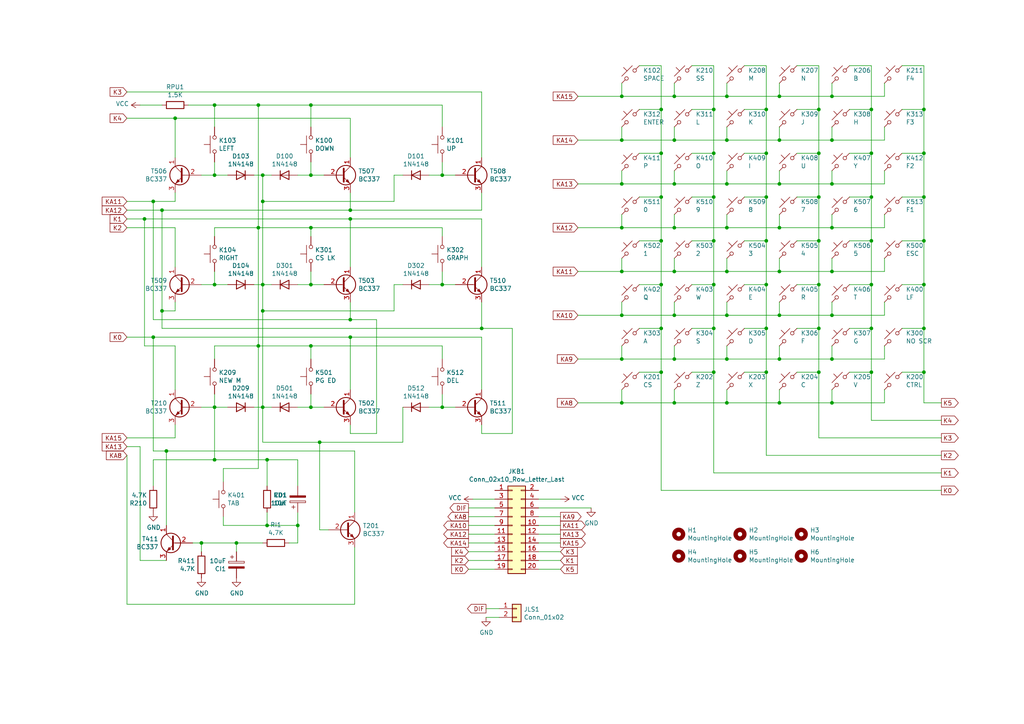
<source format=kicad_sch>
(kicad_sch (version 20211123) (generator eeschema)
  (paper "A4")
  (junction (at 48.26 130.81))
  (junction (at 241.3 66.04))
  (junction (at 46.99 60.96))
  (junction (at 62.23 133.35))
  (junction (at 76.2 90.17))
  (junction (at 267.97 107.95))
  (junction (at 222.25 95.25))
  (junction (at 58.42 157.48))
  (junction (at 207.01 31.75))
  (junction (at 241.3 104.14))
  (junction (at 226.06 104.14))
  (junction (at 180.34 91.44))
  (junction (at 46.99 90.17))
  (junction (at 101.6 92.71))
  (junction (at 195.58 40.64))
  (junction (at 90.17 100.33))
  (junction (at 180.34 40.64))
  (junction (at 252.73 57.15))
  (junction (at 195.58 66.04))
  (junction (at 237.49 69.85))
  (junction (at 101.6 97.79))
  (junction (at 222.25 44.45))
  (junction (at 252.73 44.45))
  (junction (at 195.58 91.44))
  (junction (at 241.3 27.94))
  (junction (at 76.2 118.11))
  (junction (at 237.49 82.55))
  (junction (at 180.34 66.04))
  (junction (at 226.06 91.44))
  (junction (at 74.93 100.33))
  (junction (at 90.17 66.04))
  (junction (at 191.77 57.15))
  (junction (at 76.2 50.8))
  (junction (at 195.58 116.84))
  (junction (at 195.58 104.14))
  (junction (at 210.82 66.04))
  (junction (at 237.49 44.45))
  (junction (at 77.47 133.35))
  (junction (at 101.6 63.5))
  (junction (at 191.77 95.25))
  (junction (at 44.45 97.79))
  (junction (at 191.77 107.95))
  (junction (at 210.82 27.94))
  (junction (at 226.06 40.64))
  (junction (at 210.82 91.44))
  (junction (at 195.58 27.94))
  (junction (at 191.77 44.45))
  (junction (at 267.97 44.45))
  (junction (at 86.36 152.4))
  (junction (at 252.73 69.85))
  (junction (at 76.2 82.55))
  (junction (at 237.49 57.15))
  (junction (at 226.06 66.04))
  (junction (at 222.25 57.15))
  (junction (at 90.17 50.8))
  (junction (at 210.82 78.74))
  (junction (at 191.77 82.55))
  (junction (at 226.06 78.74))
  (junction (at 101.6 60.96))
  (junction (at 241.3 78.74))
  (junction (at 267.97 82.55))
  (junction (at 74.93 66.04))
  (junction (at 222.25 69.85))
  (junction (at 180.34 104.14))
  (junction (at 252.73 82.55))
  (junction (at 241.3 53.34))
  (junction (at 128.27 118.11))
  (junction (at 207.01 95.25))
  (junction (at 210.82 116.84))
  (junction (at 62.23 118.11))
  (junction (at 226.06 116.84))
  (junction (at 77.47 152.4))
  (junction (at 90.17 30.48))
  (junction (at 191.77 31.75))
  (junction (at 207.01 69.85))
  (junction (at 207.01 44.45))
  (junction (at 90.17 82.55))
  (junction (at 50.8 34.29))
  (junction (at 62.23 50.8))
  (junction (at 241.3 91.44))
  (junction (at 252.73 107.95))
  (junction (at 207.01 107.95))
  (junction (at 195.58 53.34))
  (junction (at 267.97 57.15))
  (junction (at 226.06 27.94))
  (junction (at 210.82 53.34))
  (junction (at 191.77 69.85))
  (junction (at 76.2 58.42))
  (junction (at 180.34 116.84))
  (junction (at 128.27 82.55))
  (junction (at 207.01 82.55))
  (junction (at 62.23 30.48))
  (junction (at 207.01 57.15))
  (junction (at 92.71 128.27))
  (junction (at 222.25 107.95))
  (junction (at 241.3 116.84))
  (junction (at 252.73 31.75))
  (junction (at 210.82 40.64))
  (junction (at 128.27 50.8))
  (junction (at 252.73 95.25))
  (junction (at 90.17 118.11))
  (junction (at 237.49 31.75))
  (junction (at 180.34 27.94))
  (junction (at 44.45 58.42))
  (junction (at 210.82 104.14))
  (junction (at 267.97 31.75))
  (junction (at 139.7 95.25))
  (junction (at 62.23 82.55))
  (junction (at 237.49 107.95))
  (junction (at 222.25 31.75))
  (junction (at 180.34 53.34))
  (junction (at 237.49 95.25))
  (junction (at 180.34 78.74))
  (junction (at 267.97 69.85))
  (junction (at 74.93 30.48))
  (junction (at 195.58 78.74))
  (junction (at 41.91 63.5))
  (junction (at 226.06 53.34))
  (junction (at 241.3 40.64))
  (junction (at 267.97 95.25))
  (junction (at 222.25 82.55))
  (junction (at 68.58 157.48))
  (wire (pts (xy 36.83 132.08) (xy 36.83 175.26)))
  (wire (pts (xy 180.34 100.33) (xy 180.34 104.14)))
  (wire (pts (xy 200.66 69.85) (xy 207.01 69.85)))
  (wire (pts (xy 76.2 58.42) (xy 76.2 50.8)))
  (wire (pts (xy 86.36 152.4) (xy 86.36 148.59)))
  (wire (pts (xy 252.73 31.75) (xy 252.73 19.05)))
  (wire (pts (xy 44.45 92.71) (xy 44.45 58.42)))
  (wire (pts (xy 50.8 127) (xy 50.8 123.19)))
  (wire (pts (xy 44.45 130.81) (xy 48.26 130.81)))
  (wire (pts (xy 246.38 44.45) (xy 252.73 44.45)))
  (wire (pts (xy 101.6 113.03) (xy 101.6 97.79)))
  (wire (pts (xy 222.25 82.55) (xy 222.25 69.85)))
  (wire (pts (xy 90.17 50.8) (xy 93.98 50.8)))
  (wire (pts (xy 102.87 148.59) (xy 102.87 130.81)))
  (wire (pts (xy 139.7 95.25) (xy 46.99 95.25)))
  (wire (pts (xy 139.7 60.96) (xy 139.7 55.88)))
  (wire (pts (xy 62.23 133.35) (xy 77.47 133.35)))
  (wire (pts (xy 74.93 135.89) (xy 64.77 135.89)))
  (wire (pts (xy 50.8 66.04) (xy 36.83 66.04)))
  (wire (pts (xy 40.64 162.56) (xy 48.26 162.56)))
  (wire (pts (xy 92.71 128.27) (xy 76.2 128.27)))
  (wire (pts (xy 200.66 82.55) (xy 207.01 82.55)))
  (wire (pts (xy 156.21 152.4) (xy 162.56 152.4)))
  (wire (pts (xy 90.17 104.14) (xy 90.17 100.33)))
  (wire (pts (xy 41.91 100.33) (xy 41.91 63.5)))
  (wire (pts (xy 195.58 104.14) (xy 210.82 104.14)))
  (wire (pts (xy 195.58 78.74) (xy 210.82 78.74)))
  (wire (pts (xy 143.51 147.32) (xy 135.89 147.32)))
  (wire (pts (xy 246.38 57.15) (xy 252.73 57.15)))
  (wire (pts (xy 73.66 118.11) (xy 76.2 118.11)))
  (wire (pts (xy 267.97 31.75) (xy 267.97 19.05)))
  (wire (pts (xy 90.17 50.8) (xy 90.17 46.99)))
  (wire (pts (xy 50.8 58.42) (xy 50.8 55.88)))
  (wire (pts (xy 36.83 175.26) (xy 102.87 175.26)))
  (wire (pts (xy 222.25 44.45) (xy 222.25 31.75)))
  (wire (pts (xy 55.88 157.48) (xy 58.42 157.48)))
  (wire (pts (xy 200.66 95.25) (xy 207.01 95.25)))
  (wire (pts (xy 128.27 66.04) (xy 128.27 68.58)))
  (wire (pts (xy 77.47 133.35) (xy 86.36 133.35)))
  (wire (pts (xy 41.91 63.5) (xy 36.83 63.5)))
  (wire (pts (xy 62.23 30.48) (xy 74.93 30.48)))
  (wire (pts (xy 162.56 165.1) (xy 156.21 165.1)))
  (wire (pts (xy 50.8 45.72) (xy 50.8 34.29)))
  (wire (pts (xy 74.93 66.04) (xy 90.17 66.04)))
  (wire (pts (xy 191.77 44.45) (xy 191.77 31.75)))
  (wire (pts (xy 62.23 50.8) (xy 66.04 50.8)))
  (wire (pts (xy 207.01 57.15) (xy 207.01 44.45)))
  (wire (pts (xy 101.6 60.96) (xy 139.7 60.96)))
  (wire (pts (xy 226.06 66.04) (xy 241.3 66.04)))
  (wire (pts (xy 90.17 78.74) (xy 90.17 82.55)))
  (wire (pts (xy 73.66 82.55) (xy 76.2 82.55)))
  (wire (pts (xy 156.21 147.32) (xy 171.45 147.32)))
  (wire (pts (xy 68.58 160.02) (xy 68.58 157.48)))
  (wire (pts (xy 246.38 95.25) (xy 252.73 95.25)))
  (wire (pts (xy 200.66 44.45) (xy 207.01 44.45)))
  (wire (pts (xy 62.23 30.48) (xy 62.23 36.83)))
  (wire (pts (xy 185.42 69.85) (xy 191.77 69.85)))
  (wire (pts (xy 62.23 82.55) (xy 62.23 78.74)))
  (wire (pts (xy 252.73 19.05) (xy 246.38 19.05)))
  (wire (pts (xy 167.64 27.94) (xy 180.34 27.94)))
  (wire (pts (xy 191.77 95.25) (xy 191.77 82.55)))
  (wire (pts (xy 246.38 31.75) (xy 252.73 31.75)))
  (wire (pts (xy 36.83 127) (xy 50.8 127)))
  (wire (pts (xy 40.64 30.48) (xy 46.99 30.48)))
  (wire (pts (xy 128.27 82.55) (xy 132.08 82.55)))
  (wire (pts (xy 62.23 118.11) (xy 66.04 118.11)))
  (wire (pts (xy 210.82 27.94) (xy 226.06 27.94)))
  (wire (pts (xy 148.59 125.73) (xy 148.59 95.25)))
  (wire (pts (xy 180.34 24.13) (xy 180.34 27.94)))
  (wire (pts (xy 195.58 116.84) (xy 210.82 116.84)))
  (wire (pts (xy 237.49 107.95) (xy 237.49 95.25)))
  (wire (pts (xy 62.23 133.35) (xy 44.45 133.35)))
  (wire (pts (xy 68.58 157.48) (xy 76.2 157.48)))
  (wire (pts (xy 46.99 95.25) (xy 46.99 90.17)))
  (wire (pts (xy 36.83 97.79) (xy 44.45 97.79)))
  (wire (pts (xy 162.56 149.86) (xy 156.21 149.86)))
  (wire (pts (xy 116.84 118.11) (xy 116.84 128.27)))
  (wire (pts (xy 246.38 107.95) (xy 252.73 107.95)))
  (wire (pts (xy 180.34 62.23) (xy 180.34 66.04)))
  (wire (pts (xy 256.54 27.94) (xy 256.54 24.13)))
  (wire (pts (xy 207.01 95.25) (xy 207.01 107.95)))
  (wire (pts (xy 76.2 118.11) (xy 78.74 118.11)))
  (wire (pts (xy 180.34 40.64) (xy 195.58 40.64)))
  (wire (pts (xy 58.42 160.02) (xy 58.42 157.48)))
  (wire (pts (xy 36.83 34.29) (xy 50.8 34.29)))
  (wire (pts (xy 185.42 107.95) (xy 191.77 107.95)))
  (wire (pts (xy 273.05 121.92) (xy 252.73 121.92)))
  (wire (pts (xy 36.83 26.67) (xy 139.7 26.67)))
  (wire (pts (xy 62.23 68.58) (xy 62.23 66.04)))
  (wire (pts (xy 210.82 100.33) (xy 210.82 104.14)))
  (wire (pts (xy 226.06 104.14) (xy 241.3 104.14)))
  (wire (pts (xy 50.8 34.29) (xy 101.6 34.29)))
  (wire (pts (xy 241.3 74.93) (xy 241.3 78.74)))
  (wire (pts (xy 139.7 87.63) (xy 139.7 95.25)))
  (wire (pts (xy 215.9 107.95) (xy 222.25 107.95)))
  (wire (pts (xy 207.01 19.05) (xy 200.66 19.05)))
  (wire (pts (xy 162.56 144.78) (xy 156.21 144.78)))
  (wire (pts (xy 241.3 91.44) (xy 256.54 91.44)))
  (wire (pts (xy 114.3 58.42) (xy 76.2 58.42)))
  (wire (pts (xy 140.97 179.07) (xy 144.78 179.07)))
  (wire (pts (xy 50.8 77.47) (xy 50.8 66.04)))
  (wire (pts (xy 195.58 113.03) (xy 195.58 116.84)))
  (wire (pts (xy 114.3 50.8) (xy 114.3 58.42)))
  (wire (pts (xy 76.2 128.27) (xy 76.2 118.11)))
  (wire (pts (xy 73.66 50.8) (xy 76.2 50.8)))
  (wire (pts (xy 215.9 57.15) (xy 222.25 57.15)))
  (wire (pts (xy 92.71 153.67) (xy 92.71 128.27)))
  (wire (pts (xy 273.05 137.16) (xy 207.01 137.16)))
  (wire (pts (xy 241.3 24.13) (xy 241.3 27.94)))
  (wire (pts (xy 90.17 68.58) (xy 90.17 66.04)))
  (wire (pts (xy 86.36 50.8) (xy 90.17 50.8)))
  (wire (pts (xy 180.34 49.53) (xy 180.34 53.34)))
  (wire (pts (xy 139.7 125.73) (xy 148.59 125.73)))
  (wire (pts (xy 36.83 129.54) (xy 40.64 129.54)))
  (wire (pts (xy 222.25 69.85) (xy 222.25 57.15)))
  (wire (pts (xy 44.45 97.79) (xy 101.6 97.79)))
  (wire (pts (xy 58.42 157.48) (xy 68.58 157.48)))
  (wire (pts (xy 185.42 95.25) (xy 191.77 95.25)))
  (wire (pts (xy 252.73 107.95) (xy 252.73 95.25)))
  (wire (pts (xy 54.61 30.48) (xy 62.23 30.48)))
  (wire (pts (xy 139.7 77.47) (xy 139.7 63.5)))
  (wire (pts (xy 180.34 78.74) (xy 195.58 78.74)))
  (wire (pts (xy 185.42 31.75) (xy 191.77 31.75)))
  (wire (pts (xy 124.46 82.55) (xy 128.27 82.55)))
  (wire (pts (xy 58.42 50.8) (xy 62.23 50.8)))
  (wire (pts (xy 162.56 154.94) (xy 156.21 154.94)))
  (wire (pts (xy 246.38 82.55) (xy 252.73 82.55)))
  (wire (pts (xy 62.23 46.99) (xy 62.23 50.8)))
  (wire (pts (xy 241.3 113.03) (xy 241.3 116.84)))
  (wire (pts (xy 222.25 57.15) (xy 222.25 44.45)))
  (wire (pts (xy 58.42 118.11) (xy 62.23 118.11)))
  (wire (pts (xy 101.6 87.63) (xy 101.6 92.71)))
  (wire (pts (xy 252.73 57.15) (xy 252.73 44.45)))
  (wire (pts (xy 241.3 66.04) (xy 256.54 66.04)))
  (wire (pts (xy 210.82 78.74) (xy 226.06 78.74)))
  (wire (pts (xy 231.14 31.75) (xy 237.49 31.75)))
  (wire (pts (xy 207.01 31.75) (xy 207.01 19.05)))
  (wire (pts (xy 62.23 82.55) (xy 66.04 82.55)))
  (wire (pts (xy 195.58 27.94) (xy 210.82 27.94)))
  (wire (pts (xy 36.83 58.42) (xy 44.45 58.42)))
  (wire (pts (xy 222.25 107.95) (xy 222.25 95.25)))
  (wire (pts (xy 101.6 97.79) (xy 139.7 97.79)))
  (wire (pts (xy 222.25 132.08) (xy 222.25 107.95)))
  (wire (pts (xy 58.42 82.55) (xy 62.23 82.55)))
  (wire (pts (xy 128.27 46.99) (xy 128.27 50.8)))
  (wire (pts (xy 167.64 116.84) (xy 180.34 116.84)))
  (wire (pts (xy 261.62 107.95) (xy 267.97 107.95)))
  (wire (pts (xy 86.36 157.48) (xy 86.36 152.4)))
  (wire (pts (xy 40.64 129.54) (xy 40.64 162.56)))
  (wire (pts (xy 50.8 113.03) (xy 50.8 100.33)))
  (wire (pts (xy 90.17 66.04) (xy 128.27 66.04)))
  (wire (pts (xy 237.49 82.55) (xy 237.49 69.85)))
  (wire (pts (xy 128.27 114.3) (xy 128.27 118.11)))
  (wire (pts (xy 226.06 36.83) (xy 226.06 40.64)))
  (wire (pts (xy 226.06 74.93) (xy 226.06 78.74)))
  (wire (pts (xy 195.58 40.64) (xy 210.82 40.64)))
  (wire (pts (xy 207.01 95.25) (xy 207.01 82.55)))
  (wire (pts (xy 95.25 153.67) (xy 92.71 153.67)))
  (wire (pts (xy 167.64 104.14) (xy 180.34 104.14)))
  (wire (pts (xy 261.62 69.85) (xy 267.97 69.85)))
  (wire (pts (xy 273.05 132.08) (xy 222.25 132.08)))
  (wire (pts (xy 273.05 142.24) (xy 191.77 142.24)))
  (wire (pts (xy 50.8 87.63) (xy 50.8 90.17)))
  (wire (pts (xy 44.45 58.42) (xy 50.8 58.42)))
  (wire (pts (xy 77.47 152.4) (xy 77.47 148.59)))
  (wire (pts (xy 261.62 31.75) (xy 267.97 31.75)))
  (wire (pts (xy 128.27 50.8) (xy 132.08 50.8)))
  (wire (pts (xy 116.84 128.27) (xy 92.71 128.27)))
  (wire (pts (xy 200.66 57.15) (xy 207.01 57.15)))
  (wire (pts (xy 143.51 152.4) (xy 135.89 152.4)))
  (wire (pts (xy 237.49 69.85) (xy 237.49 57.15)))
  (wire (pts (xy 256.54 104.14) (xy 256.54 100.33)))
  (wire (pts (xy 124.46 118.11) (xy 128.27 118.11)))
  (wire (pts (xy 44.45 130.81) (xy 44.45 97.79)))
  (wire (pts (xy 62.23 100.33) (xy 62.23 104.14)))
  (wire (pts (xy 210.82 116.84) (xy 226.06 116.84)))
  (wire (pts (xy 90.17 118.11) (xy 86.36 118.11)))
  (wire (pts (xy 195.58 66.04) (xy 210.82 66.04)))
  (wire (pts (xy 195.58 24.13) (xy 195.58 27.94)))
  (wire (pts (xy 62.23 66.04) (xy 74.93 66.04)))
  (wire (pts (xy 231.14 95.25) (xy 237.49 95.25)))
  (wire (pts (xy 267.97 57.15) (xy 267.97 44.45)))
  (wire (pts (xy 48.26 152.4) (xy 48.26 130.81)))
  (wire (pts (xy 167.64 53.34) (xy 180.34 53.34)))
  (wire (pts (xy 231.14 69.85) (xy 237.49 69.85)))
  (wire (pts (xy 102.87 175.26) (xy 102.87 158.75)))
  (wire (pts (xy 195.58 87.63) (xy 195.58 91.44)))
  (wire (pts (xy 76.2 82.55) (xy 78.74 82.55)))
  (wire (pts (xy 76.2 50.8) (xy 78.74 50.8)))
  (wire (pts (xy 62.23 118.11) (xy 62.23 133.35)))
  (wire (pts (xy 252.73 44.45) (xy 252.73 31.75)))
  (wire (pts (xy 76.2 82.55) (xy 76.2 58.42)))
  (wire (pts (xy 237.49 82.55) (xy 231.14 82.55)))
  (wire (pts (xy 226.06 40.64) (xy 241.3 40.64)))
  (wire (pts (xy 195.58 100.33) (xy 195.58 104.14)))
  (wire (pts (xy 162.56 160.02) (xy 156.21 160.02)))
  (wire (pts (xy 222.25 31.75) (xy 222.25 19.05)))
  (wire (pts (xy 215.9 69.85) (xy 222.25 69.85)))
  (wire (pts (xy 241.3 87.63) (xy 241.3 91.44)))
  (wire (pts (xy 185.42 57.15) (xy 191.77 57.15)))
  (wire (pts (xy 135.89 160.02) (xy 143.51 160.02)))
  (wire (pts (xy 207.01 107.95) (xy 207.01 137.16)))
  (wire (pts (xy 237.49 19.05) (xy 231.14 19.05)))
  (wire (pts (xy 180.34 74.93) (xy 180.34 78.74)))
  (wire (pts (xy 231.14 57.15) (xy 237.49 57.15)))
  (wire (pts (xy 222.25 19.05) (xy 215.9 19.05)))
  (wire (pts (xy 261.62 57.15) (xy 267.97 57.15)))
  (wire (pts (xy 195.58 49.53) (xy 195.58 53.34)))
  (wire (pts (xy 252.73 121.92) (xy 252.73 107.95)))
  (wire (pts (xy 241.3 36.83) (xy 241.3 40.64)))
  (wire (pts (xy 139.7 123.19) (xy 139.7 125.73)))
  (wire (pts (xy 83.82 157.48) (xy 86.36 157.48)))
  (wire (pts (xy 191.77 142.24) (xy 191.77 107.95)))
  (wire (pts (xy 167.64 91.44) (xy 180.34 91.44)))
  (wire (pts (xy 101.6 60.96) (xy 101.6 55.88)))
  (wire (pts (xy 241.3 116.84) (xy 256.54 116.84)))
  (wire (pts (xy 226.06 116.84) (xy 241.3 116.84)))
  (wire (pts (xy 101.6 92.71) (xy 109.22 92.71)))
  (wire (pts (xy 191.77 107.95) (xy 191.77 95.25)))
  (wire (pts (xy 101.6 125.73) (xy 101.6 123.19)))
  (wire (pts (xy 180.34 27.94) (xy 195.58 27.94)))
  (wire (pts (xy 210.82 66.04) (xy 226.06 66.04)))
  (wire (pts (xy 195.58 36.83) (xy 195.58 40.64)))
  (wire (pts (xy 191.77 82.55) (xy 191.77 69.85)))
  (wire (pts (xy 237.49 31.75) (xy 237.49 19.05)))
  (wire (pts (xy 180.34 116.84) (xy 195.58 116.84)))
  (wire (pts (xy 143.51 157.48) (xy 135.89 157.48)))
  (wire (pts (xy 50.8 90.17) (xy 46.99 90.17)))
  (wire (pts (xy 44.45 133.35) (xy 44.45 140.97)))
  (wire (pts (xy 226.06 113.03) (xy 226.06 116.84)))
  (wire (pts (xy 62.23 100.33) (xy 74.93 100.33)))
  (wire (pts (xy 90.17 36.83) (xy 90.17 30.48)))
  (wire (pts (xy 267.97 44.45) (xy 267.97 31.75)))
  (wire (pts (xy 74.93 100.33) (xy 74.93 135.89)))
  (wire (pts (xy 256.54 91.44) (xy 256.54 87.63)))
  (wire (pts (xy 180.34 87.63) (xy 180.34 91.44)))
  (wire (pts (xy 256.54 40.64) (xy 256.54 36.83)))
  (wire (pts (xy 246.38 69.85) (xy 252.73 69.85)))
  (wire (pts (xy 114.3 90.17) (xy 76.2 90.17)))
  (wire (pts (xy 256.54 78.74) (xy 256.54 74.93)))
  (wire (pts (xy 200.66 107.95) (xy 207.01 107.95)))
  (wire (pts (xy 167.64 40.64) (xy 180.34 40.64)))
  (wire (pts (xy 226.06 49.53) (xy 226.06 53.34)))
  (wire (pts (xy 261.62 82.55) (xy 267.97 82.55)))
  (wire (pts (xy 195.58 91.44) (xy 210.82 91.44)))
  (wire (pts (xy 267.97 82.55) (xy 267.97 69.85)))
  (wire (pts (xy 128.27 100.33) (xy 90.17 100.33)))
  (wire (pts (xy 256.54 116.84) (xy 256.54 113.03)))
  (wire (pts (xy 252.73 95.25) (xy 252.73 82.55)))
  (wire (pts (xy 74.93 30.48) (xy 90.17 30.48)))
  (wire (pts (xy 237.49 44.45) (xy 237.49 31.75)))
  (wire (pts (xy 215.9 44.45) (xy 222.25 44.45)))
  (wire (pts (xy 77.47 140.97) (xy 77.47 133.35)))
  (wire (pts (xy 226.06 91.44) (xy 241.3 91.44)))
  (wire (pts (xy 50.8 100.33) (xy 41.91 100.33)))
  (wire (pts (xy 226.06 87.63) (xy 226.06 91.44)))
  (wire (pts (xy 64.77 152.4) (xy 64.77 149.86)))
  (wire (pts (xy 241.3 62.23) (xy 241.3 66.04)))
  (wire (pts (xy 252.73 82.55) (xy 252.73 69.85)))
  (wire (pts (xy 226.06 100.33) (xy 226.06 104.14)))
  (wire (pts (xy 241.3 49.53) (xy 241.3 53.34)))
  (wire (pts (xy 241.3 78.74) (xy 256.54 78.74)))
  (wire (pts (xy 135.89 165.1) (xy 143.51 165.1)))
  (wire (pts (xy 128.27 30.48) (xy 128.27 36.83)))
  (wire (pts (xy 200.66 31.75) (xy 207.01 31.75)))
  (wire (pts (xy 241.3 53.34) (xy 256.54 53.34)))
  (wire (pts (xy 180.34 113.03) (xy 180.34 116.84)))
  (wire (pts (xy 143.51 162.56) (xy 135.89 162.56)))
  (wire (pts (xy 231.14 44.45) (xy 237.49 44.45)))
  (wire (pts (xy 74.93 66.04) (xy 74.93 100.33)))
  (wire (pts (xy 195.58 62.23) (xy 195.58 66.04)))
  (wire (pts (xy 267.97 69.85) (xy 267.97 57.15)))
  (wire (pts (xy 267.97 107.95) (xy 267.97 95.25)))
  (wire (pts (xy 241.3 27.94) (xy 256.54 27.94)))
  (wire (pts (xy 36.83 60.96) (xy 46.99 60.96)))
  (wire (pts (xy 210.82 53.34) (xy 226.06 53.34)))
  (wire (pts (xy 267.97 116.84) (xy 267.97 107.95)))
  (wire (pts (xy 273.05 116.84) (xy 267.97 116.84)))
  (wire (pts (xy 46.99 60.96) (xy 101.6 60.96)))
  (wire (pts (xy 128.27 118.11) (xy 132.08 118.11)))
  (wire (pts (xy 226.06 27.94) (xy 241.3 27.94)))
  (wire (pts (xy 180.34 66.04) (xy 195.58 66.04)))
  (wire (pts (xy 116.84 50.8) (xy 114.3 50.8)))
  (wire (pts (xy 156.21 157.48) (xy 162.56 157.48)))
  (wire (pts (xy 261.62 44.45) (xy 267.97 44.45)))
  (wire (pts (xy 215.9 95.25) (xy 222.25 95.25)))
  (wire (pts (xy 74.93 30.48) (xy 74.93 66.04)))
  (wire (pts (xy 156.21 162.56) (xy 162.56 162.56)))
  (wire (pts (xy 207.01 69.85) (xy 207.01 57.15)))
  (wire (pts (xy 226.06 24.13) (xy 226.06 27.94)))
  (wire (pts (xy 74.93 100.33) (xy 90.17 100.33)))
  (wire (pts (xy 210.82 40.64) (xy 226.06 40.64)))
  (wire (pts (xy 210.82 91.44) (xy 226.06 91.44)))
  (wire (pts (xy 135.89 154.94) (xy 143.51 154.94)))
  (wire (pts (xy 139.7 63.5) (xy 101.6 63.5)))
  (wire (pts (xy 241.3 104.14) (xy 256.54 104.14)))
  (wire (pts (xy 185.42 44.45) (xy 191.77 44.45)))
  (wire (pts (xy 90.17 82.55) (xy 86.36 82.55)))
  (wire (pts (xy 210.82 49.53) (xy 210.82 53.34)))
  (wire (pts (xy 139.7 26.67) (xy 139.7 45.72)))
  (wire (pts (xy 180.34 36.83) (xy 180.34 40.64)))
  (wire (pts (xy 195.58 74.93) (xy 195.58 78.74)))
  (wire (pts (xy 237.49 127) (xy 237.49 107.95)))
  (wire (pts (xy 191.77 57.15) (xy 191.77 44.45)))
  (wire (pts (xy 180.34 53.34) (xy 195.58 53.34)))
  (wire (pts (xy 210.82 24.13) (xy 210.82 27.94)))
  (wire (pts (xy 124.46 50.8) (xy 128.27 50.8)))
  (wire (pts (xy 241.3 40.64) (xy 256.54 40.64)))
  (wire (pts (xy 185.42 82.55) (xy 191.77 82.55)))
  (wire (pts (xy 128.27 78.74) (xy 128.27 82.55)))
  (wire (pts (xy 167.64 66.04) (xy 180.34 66.04)))
  (wire (pts (xy 191.77 69.85) (xy 191.77 57.15)))
  (wire (pts (xy 167.64 78.74) (xy 180.34 78.74)))
  (wire (pts (xy 222.25 95.25) (xy 222.25 82.55)))
  (wire (pts (xy 267.97 19.05) (xy 261.62 19.05)))
  (wire (pts (xy 226.06 62.23) (xy 226.06 66.04)))
  (wire (pts (xy 241.3 100.33) (xy 241.3 104.14)))
  (wire (pts (xy 207.01 82.55) (xy 207.01 69.85)))
  (wire (pts (xy 180.34 104.14) (xy 195.58 104.14)))
  (wire (pts (xy 64.77 135.89) (xy 64.77 139.7)))
  (wire (pts (xy 109.22 92.71) (xy 109.22 125.73)))
  (wire (pts (xy 215.9 31.75) (xy 222.25 31.75)))
  (wire (pts (xy 237.49 95.25) (xy 237.49 82.55)))
  (wire (pts (xy 215.9 82.55) (xy 222.25 82.55)))
  (wire (pts (xy 191.77 19.05) (xy 185.42 19.05)))
  (wire (pts (xy 210.82 87.63) (xy 210.82 91.44)))
  (wire (pts (xy 148.59 95.25) (xy 139.7 95.25)))
  (wire (pts (xy 191.77 31.75) (xy 191.77 19.05)))
  (wire (pts (xy 128.27 104.14) (xy 128.27 100.33)))
  (wire (pts (xy 207.01 44.45) (xy 207.01 31.75)))
  (wire (pts (xy 62.23 114.3) (xy 62.23 118.11)))
  (wire (pts (xy 140.97 176.53) (xy 144.78 176.53)))
  (wire (pts (xy 210.82 104.14) (xy 226.06 104.14)))
  (wire (pts (xy 101.6 77.47) (xy 101.6 63.5)))
  (wire (pts (xy 226.06 53.34) (xy 241.3 53.34)))
  (wire (pts (xy 267.97 95.25) (xy 267.97 82.55)))
  (wire (pts (xy 210.82 74.93) (xy 210.82 78.74)))
  (wire (pts (xy 210.82 36.83) (xy 210.82 40.64)))
  (wire (pts (xy 256.54 66.04) (xy 256.54 62.23)))
  (wire (pts (xy 101.6 34.29) (xy 101.6 45.72)))
  (wire (pts (xy 195.58 53.34) (xy 210.82 53.34)))
  (wire (pts (xy 93.98 82.55) (xy 90.17 82.55)))
  (wire (pts (xy 252.73 69.85) (xy 252.73 57.15)))
  (wire (pts (xy 76.2 90.17) (xy 76.2 118.11)))
  (wire (pts (xy 139.7 113.03) (xy 139.7 97.79)))
  (wire (pts (xy 261.62 95.25) (xy 267.97 95.25)))
  (wire (pts (xy 90.17 114.3) (xy 90.17 118.11)))
  (wire (pts (xy 86.36 140.97) (xy 86.36 133.35)))
  (wire (pts (xy 231.14 107.95) (xy 237.49 107.95)))
  (wire (pts (xy 237.49 57.15) (xy 237.49 44.45)))
  (wire (pts (xy 46.99 90.17) (xy 46.99 60.96)))
  (wire (pts (xy 101.6 63.5) (xy 41.91 63.5)))
  (wire (pts (xy 273.05 127) (xy 237.49 127)))
  (wire (pts (xy 210.82 113.03) (xy 210.82 116.84)))
  (wire (pts (xy 256.54 53.34) (xy 256.54 49.53)))
  (wire (pts (xy 114.3 82.55) (xy 114.3 90.17)))
  (wire (pts (xy 93.98 118.11) (xy 90.17 118.11)))
  (wire (pts (xy 116.84 82.55) (xy 114.3 82.55)))
  (wire (pts (xy 86.36 152.4) (xy 77.47 152.4)))
  (wire (pts (xy 102.87 130.81) (xy 48.26 130.81)))
  (wire (pts (xy 226.06 78.74) (xy 241.3 78.74)))
  (wire (pts (xy 76.2 90.17) (xy 76.2 82.55)))
  (wire (pts (xy 135.89 149.86) (xy 143.51 149.86)))
  (wire (pts (xy 180.34 91.44) (xy 195.58 91.44)))
  (wire (pts (xy 101.6 92.71) (xy 44.45 92.71)))
  (wire (pts (xy 101.6 125.73) (xy 109.22 125.73)))
  (wire (pts (xy 210.82 62.23) (xy 210.82 66.04)))
  (wire (pts (xy 64.77 152.4) (xy 77.47 152.4)))
  (wire (pts (xy 90.17 30.48) (xy 128.27 30.48)))
  (wire (pts (xy 137.16 144.78) (xy 143.51 144.78)))
  (global_label "KA12" (shape input) (at 36.83 60.96 180) (property "Intersheet References" "${INTERSHEET_REFS}" (effects hide)))
  (global_label "KA10" (shape input) (at 167.64 91.44 180) (property "Intersheet References" "${INTERSHEET_REFS}" (effects hide)))
  (global_label "K3" (shape input) (at 162.56 160.02 0) (property "Intersheet References" "${INTERSHEET_REFS}" (effects hide)))
  (global_label "KA15" (shape output) (at 162.56 157.48 0) (property "Intersheet References" "${INTERSHEET_REFS}" (effects hide)))
  (global_label "KA15" (shape input) (at 36.83 127 180) (property "Intersheet References" "${INTERSHEET_REFS}" (effects hide)))
  (global_label "K3" (shape output) (at 273.05 127 0) (property "Intersheet References" "${INTERSHEET_REFS}" (effects hide)))
  (global_label "KA11" (shape output) (at 162.56 152.4 0) (property "Intersheet References" "${INTERSHEET_REFS}" (effects hide)))
  (global_label "KA8" (shape input) (at 167.64 116.84 180) (property "Intersheet References" "${INTERSHEET_REFS}" (effects hide)))
  (global_label "K4" (shape input) (at 135.89 160.02 180) (property "Intersheet References" "${INTERSHEET_REFS}" (effects hide)))
  (global_label "K0" (shape input) (at 135.89 165.1 180) (property "Intersheet References" "${INTERSHEET_REFS}" (effects hide)))
  (global_label "KA15" (shape input) (at 167.64 27.94 180) (property "Intersheet References" "${INTERSHEET_REFS}" (effects hide)))
  (global_label "K4" (shape input) (at 36.83 34.29 180) (property "Intersheet References" "${INTERSHEET_REFS}" (effects hide)))
  (global_label "KA13" (shape input) (at 167.64 53.34 180) (property "Intersheet References" "${INTERSHEET_REFS}" (effects hide)))
  (global_label "DIF" (shape output) (at 135.89 147.32 180) (property "Intersheet References" "${INTERSHEET_REFS}" (effects hide)))
  (global_label "KA8" (shape input) (at 36.83 132.08 180) (property "Intersheet References" "${INTERSHEET_REFS}" (effects hide)))
  (global_label "KA9" (shape input) (at 167.64 104.14 180) (property "Intersheet References" "${INTERSHEET_REFS}" (effects hide)))
  (global_label "K0" (shape input) (at 36.83 97.79 180) (property "Intersheet References" "${INTERSHEET_REFS}" (effects hide)))
  (global_label "K1" (shape output) (at 273.05 137.16 0) (property "Intersheet References" "${INTERSHEET_REFS}" (effects hide)))
  (global_label "K2" (shape input) (at 36.83 66.04 180) (property "Intersheet References" "${INTERSHEET_REFS}" (effects hide)))
  (global_label "KA12" (shape input) (at 167.64 66.04 180) (property "Intersheet References" "${INTERSHEET_REFS}" (effects hide)))
  (global_label "KA9" (shape output) (at 162.56 149.86 0) (property "Intersheet References" "${INTERSHEET_REFS}" (effects hide)))
  (global_label "K2" (shape input) (at 135.89 162.56 180) (property "Intersheet References" "${INTERSHEET_REFS}" (effects hide)))
  (global_label "KA12" (shape output) (at 135.89 154.94 180) (property "Intersheet References" "${INTERSHEET_REFS}" (effects hide)))
  (global_label "KA11" (shape input) (at 167.64 78.74 180) (property "Intersheet References" "${INTERSHEET_REFS}" (effects hide)))
  (global_label "K5" (shape output) (at 273.05 116.84 0) (property "Intersheet References" "${INTERSHEET_REFS}" (effects hide)))
  (global_label "KA13" (shape output) (at 162.56 154.94 0) (property "Intersheet References" "${INTERSHEET_REFS}" (effects hide)))
  (global_label "K5" (shape input) (at 162.56 165.1 0) (property "Intersheet References" "${INTERSHEET_REFS}" (effects hide)))
  (global_label "KA13" (shape input) (at 36.83 129.54 180) (property "Intersheet References" "${INTERSHEET_REFS}" (effects hide)))
  (global_label "K2" (shape output) (at 273.05 132.08 0) (property "Intersheet References" "${INTERSHEET_REFS}" (effects hide)))
  (global_label "K1" (shape input) (at 36.83 63.5 180) (property "Intersheet References" "${INTERSHEET_REFS}" (effects hide)))
  (global_label "KA14" (shape output) (at 135.89 157.48 180) (property "Intersheet References" "${INTERSHEET_REFS}" (effects hide)))
  (global_label "K0" (shape output) (at 273.05 142.24 0) (property "Intersheet References" "${INTERSHEET_REFS}" (effects hide)))
  (global_label "KA11" (shape input) (at 36.83 58.42 180) (property "Intersheet References" "${INTERSHEET_REFS}" (effects hide)))
  (global_label "KA10" (shape output) (at 135.89 152.4 180) (property "Intersheet References" "${INTERSHEET_REFS}" (effects hide)))
  (global_label "K4" (shape output) (at 273.05 121.92 0) (property "Intersheet References" "${INTERSHEET_REFS}" (effects hide)))
  (global_label "K3" (shape input) (at 36.83 26.67 180) (property "Intersheet References" "${INTERSHEET_REFS}" (effects hide)))
  (global_label "K1" (shape input) (at 162.56 162.56 0) (property "Intersheet References" "${INTERSHEET_REFS}" (effects hide)))
  (global_label "KA14" (shape input) (at 167.64 40.64 180) (property "Intersheet References" "${INTERSHEET_REFS}" (effects hide)))
  (global_label "DIF" (shape output) (at 140.97 176.53 180) (property "Intersheet References" "${INTERSHEET_REFS}" (effects hide)))
  (global_label "KA8" (shape output) (at 135.89 149.86 180) (property "Intersheet References" "${INTERSHEET_REFS}" (effects hide)))
  (symbol (lib_id "cobra_keyboard-rescue:VCC-power") (at 40.64 30.48 90) (unit 1)
    (property "Reference" "#PWR0101" (effects hide))
    (property "Value" "VCC" (at 37.4142 30.099 90) (effects (justify left)))
  )
  (symbol (lib_id "cobra_keyboard-rescue:R-Device") (at 50.8 30.48 90) (mirror x) (unit 1)
    (property "Reference" "RPU1" (at 50.8 25.2222 90))
    (property "Value" "1.5K" (at 50.8 27.5336 90))
    (property "Footprint" "Resistor_THT:R_Axial_DIN0204_L3.6mm_D1.6mm_P7.62mm_Horizontal" (effects hide))
  )
  (symbol (lib_id "cobra_keyboard-rescue:BC337-Transistor_BJT") (at 53.34 50.8 0) (mirror y) (unit 1)
    (property "Reference" "T506" (at 48.4886 49.6316 0) (effects (justify left)))
    (property "Value" "BC337" (at 48.4886 51.943 0) (effects (justify left)))
    (property "Footprint" "horizontal:TO-92_Inline_Wide_Horizontal1" (effects hide))
    (property "Datasheet" "https://diotec.com/tl_files/diotec/files/pdf/datasheets/bc337.pdf" (effects hide))
  )
  (symbol (lib_id "cobra_keyboard-rescue:SW_Push-Switch") (at 62.23 41.91 90) (unit 1)
    (property "Reference" "K103" (at 63.4492 40.7416 90) (effects (justify right)))
    (property "Value" "LEFT" (at 63.4492 43.053 90) (effects (justify right)))
    (property "Footprint" "Button_Switch_Keyboard:SW_Cherry_MX_1.00u_PCB" (effects hide))
  )
  (symbol (lib_id "cobra_keyboard-rescue:1N4148-Diode") (at 69.85 50.8 180) (unit 1)
    (property "Reference" "D103" (at 69.85 45.2882 0))
    (property "Value" "1N4148" (at 69.85 47.5996 0))
    (property "Footprint" "Diode_THT:D_DO-35_SOD27_P7.62mm_Horizontal" (effects hide))
    (property "Datasheet" "https://assets.nexperia.com/documents/data-sheet/1N4148_1N4448.pdf" (effects hide))
  )
  (symbol (lib_id "cobra_keyboard-rescue:SW_Push-Switch") (at 90.17 41.91 90) (unit 1)
    (property "Reference" "K100" (at 91.3892 40.7416 90) (effects (justify right)))
    (property "Value" "DOWN" (at 91.3892 43.053 90) (effects (justify right)))
    (property "Footprint" "Button_Switch_Keyboard:SW_Cherry_MX_1.00u_PCB" (effects hide))
  )
  (symbol (lib_id "cobra_keyboard-rescue:1N4148-Diode") (at 82.55 50.8 0) (mirror x) (unit 1)
    (property "Reference" "D100" (at 82.55 45.2882 0))
    (property "Value" "1N4148" (at 82.55 47.5996 0))
    (property "Footprint" "Diode_THT:D_DO-35_SOD27_P7.62mm_Horizontal" (effects hide))
    (property "Datasheet" "https://assets.nexperia.com/documents/data-sheet/1N4148_1N4448.pdf" (effects hide))
  )
  (symbol (lib_id "cobra_keyboard-rescue:BC337-Transistor_BJT") (at 99.06 50.8 0) (unit 1)
    (property "Reference" "T507" (at 103.9114 49.6316 0) (effects (justify left)))
    (property "Value" "BC337" (at 103.9114 51.943 0) (effects (justify left)))
    (property "Footprint" "horizontal:TO-92_Inline_Wide_Horizontal1" (effects hide))
    (property "Datasheet" "https://diotec.com/tl_files/diotec/files/pdf/datasheets/bc337.pdf" (effects hide))
  )
  (symbol (lib_id "cobra_keyboard-rescue:SW_Push-Switch") (at 128.27 41.91 90) (unit 1)
    (property "Reference" "K101" (at 129.4892 40.7416 90) (effects (justify right)))
    (property "Value" "UP" (at 129.4892 43.053 90) (effects (justify right)))
    (property "Footprint" "Button_Switch_Keyboard:SW_Cherry_MX_1.00u_PCB" (effects hide))
  )
  (symbol (lib_id "cobra_keyboard-rescue:1N4148-Diode") (at 120.65 50.8 0) (mirror x) (unit 1)
    (property "Reference" "D101" (at 120.65 45.2882 0))
    (property "Value" "1N4148" (at 120.65 47.5996 0))
    (property "Footprint" "Diode_THT:D_DO-35_SOD27_P7.62mm_Horizontal" (effects hide))
    (property "Datasheet" "https://assets.nexperia.com/documents/data-sheet/1N4148_1N4448.pdf" (effects hide))
  )
  (symbol (lib_id "cobra_keyboard-rescue:BC337-Transistor_BJT") (at 137.16 50.8 0) (unit 1)
    (property "Reference" "T508" (at 142.0114 49.6316 0) (effects (justify left)))
    (property "Value" "BC337" (at 142.0114 51.943 0) (effects (justify left)))
    (property "Footprint" "horizontal:TO-92_Inline_Wide_Horizontal1" (effects hide))
    (property "Datasheet" "https://diotec.com/tl_files/diotec/files/pdf/datasheets/bc337.pdf" (effects hide))
  )
  (symbol (lib_id "cobra_keyboard-rescue:BC337-Transistor_BJT") (at 53.34 82.55 0) (mirror y) (unit 1)
    (property "Reference" "T509" (at 48.4886 81.3816 0) (effects (justify left)))
    (property "Value" "BC337" (at 48.4886 83.693 0) (effects (justify left)))
    (property "Footprint" "horizontal:TO-92_Inline_Wide_Horizontal1" (effects hide))
    (property "Datasheet" "https://diotec.com/tl_files/diotec/files/pdf/datasheets/bc337.pdf" (effects hide))
  )
  (symbol (lib_id "cobra_keyboard-rescue:SW_Push-Switch") (at 62.23 73.66 90) (unit 1)
    (property "Reference" "K104" (at 63.4492 72.4916 90) (effects (justify right)))
    (property "Value" "RIGHT" (at 63.4492 74.803 90) (effects (justify right)))
    (property "Footprint" "Button_Switch_Keyboard:SW_Cherry_MX_1.00u_PCB" (effects hide))
  )
  (symbol (lib_id "cobra_keyboard-rescue:1N4148-Diode") (at 69.85 82.55 180) (unit 1)
    (property "Reference" "D104" (at 69.85 77.0382 0))
    (property "Value" "1N4148" (at 69.85 79.3496 0))
    (property "Footprint" "Diode_THT:D_DO-35_SOD27_P7.62mm_Horizontal" (effects hide))
    (property "Datasheet" "https://assets.nexperia.com/documents/data-sheet/1N4148_1N4448.pdf" (effects hide))
  )
  (symbol (lib_id "cobra_keyboard-rescue:SW_Push-Switch") (at 90.17 73.66 90) (unit 1)
    (property "Reference" "K301" (at 91.3892 72.4916 90) (effects (justify right)))
    (property "Value" "CS LK" (at 91.3892 74.803 90) (effects (justify right)))
    (property "Footprint" "Button_Switch_Keyboard:SW_Cherry_MX_1.75u_PCB" (effects hide))
  )
  (symbol (lib_id "cobra_keyboard-rescue:1N4148-Diode") (at 82.55 82.55 0) (mirror x) (unit 1)
    (property "Reference" "D301" (at 82.55 77.0382 0))
    (property "Value" "1N4148" (at 82.55 79.3496 0))
    (property "Footprint" "Diode_THT:D_DO-35_SOD27_P7.62mm_Horizontal" (effects hide))
    (property "Datasheet" "https://assets.nexperia.com/documents/data-sheet/1N4148_1N4448.pdf" (effects hide))
  )
  (symbol (lib_id "cobra_keyboard-rescue:BC337-Transistor_BJT") (at 99.06 82.55 0) (unit 1)
    (property "Reference" "T503" (at 103.9114 81.3816 0) (effects (justify left)))
    (property "Value" "BC337" (at 103.9114 83.693 0) (effects (justify left)))
    (property "Footprint" "horizontal:TO-92_Inline_Wide_Horizontal1" (effects hide))
    (property "Datasheet" "https://diotec.com/tl_files/diotec/files/pdf/datasheets/bc337.pdf" (effects hide))
  )
  (symbol (lib_id "cobra_keyboard-rescue:SW_Push-Switch") (at 128.27 73.66 90) (unit 1)
    (property "Reference" "K302" (at 129.4892 72.4916 90) (effects (justify right)))
    (property "Value" "GRAPH" (at 129.4892 74.803 90) (effects (justify right)))
    (property "Footprint" "Button_Switch_Keyboard:SW_Cherry_MX_1.50u_PCB" (effects hide))
  )
  (symbol (lib_id "cobra_keyboard-rescue:1N4148-Diode") (at 120.65 82.55 0) (mirror x) (unit 1)
    (property "Reference" "D302" (at 120.65 77.0382 0))
    (property "Value" "1N4148" (at 120.65 79.3496 0))
    (property "Footprint" "Diode_THT:D_DO-35_SOD27_P7.62mm_Horizontal" (effects hide))
    (property "Datasheet" "https://assets.nexperia.com/documents/data-sheet/1N4148_1N4448.pdf" (effects hide))
  )
  (symbol (lib_id "cobra_keyboard-rescue:BC337-Transistor_BJT") (at 137.16 82.55 0) (unit 1)
    (property "Reference" "T510" (at 142.0114 81.3816 0) (effects (justify left)))
    (property "Value" "BC337" (at 142.0114 83.693 0) (effects (justify left)))
    (property "Footprint" "horizontal:TO-92_Inline_Wide_Horizontal1" (effects hide))
    (property "Datasheet" "https://diotec.com/tl_files/diotec/files/pdf/datasheets/bc337.pdf" (effects hide))
  )
  (symbol (lib_id "cobra_keyboard-rescue:BC337-Transistor_BJT") (at 53.34 118.11 0) (mirror y) (unit 1)
    (property "Reference" "T210" (at 48.4886 116.9416 0) (effects (justify left)))
    (property "Value" "BC337" (at 48.4886 119.253 0) (effects (justify left)))
    (property "Footprint" "horizontal:TO-92_Inline_Wide_Horizontal1" (effects hide))
    (property "Datasheet" "https://diotec.com/tl_files/diotec/files/pdf/datasheets/bc337.pdf" (effects hide))
  )
  (symbol (lib_id "cobra_keyboard-rescue:SW_Push-Switch") (at 62.23 109.22 90) (unit 1)
    (property "Reference" "K209" (at 63.4492 108.0516 90) (effects (justify right)))
    (property "Value" "NEW M" (at 63.4492 110.363 90) (effects (justify right)))
    (property "Footprint" "Button_Switch_Keyboard:SW_Cherry_MX_1.00u_PCB" (effects hide))
  )
  (symbol (lib_id "cobra_keyboard-rescue:1N4148-Diode") (at 69.85 118.11 180) (unit 1)
    (property "Reference" "D209" (at 69.85 112.5982 0))
    (property "Value" "1N4148" (at 69.85 114.9096 0))
    (property "Footprint" "Diode_THT:D_DO-35_SOD27_P7.62mm_Horizontal" (effects hide))
    (property "Datasheet" "https://assets.nexperia.com/documents/data-sheet/1N4148_1N4448.pdf" (effects hide))
  )
  (symbol (lib_id "cobra_keyboard-rescue:SW_Push-Switch") (at 90.17 109.22 90) (unit 1)
    (property "Reference" "K501" (at 91.3892 108.0516 90) (effects (justify right)))
    (property "Value" "PG ED" (at 91.3892 110.363 90) (effects (justify right)))
    (property "Footprint" "Button_Switch_Keyboard:SW_Cherry_MX_1.00u_PCB" (effects hide))
  )
  (symbol (lib_id "cobra_keyboard-rescue:1N4148-Diode") (at 82.55 118.11 0) (mirror x) (unit 1)
    (property "Reference" "D501" (at 82.55 112.5982 0))
    (property "Value" "1N4148" (at 82.55 114.9096 0))
    (property "Footprint" "Diode_THT:D_DO-35_SOD27_P7.62mm_Horizontal" (effects hide))
    (property "Datasheet" "https://assets.nexperia.com/documents/data-sheet/1N4148_1N4448.pdf" (effects hide))
  )
  (symbol (lib_id "cobra_keyboard-rescue:BC337-Transistor_BJT") (at 99.06 118.11 0) (unit 1)
    (property "Reference" "T502" (at 103.9114 116.9416 0) (effects (justify left)))
    (property "Value" "BC337" (at 103.9114 119.253 0) (effects (justify left)))
    (property "Footprint" "horizontal:TO-92_Inline_Wide_Horizontal1" (effects hide))
    (property "Datasheet" "https://diotec.com/tl_files/diotec/files/pdf/datasheets/bc337.pdf" (effects hide))
  )
  (symbol (lib_id "cobra_keyboard-rescue:SW_Push-Switch") (at 128.27 109.22 90) (unit 1)
    (property "Reference" "K512" (at 129.4892 108.0516 90) (effects (justify right)))
    (property "Value" "DEL" (at 129.4892 110.363 90) (effects (justify right)))
    (property "Footprint" "Button_Switch_Keyboard:SW_Cherry_MX_2.00u_PCB" (effects hide))
  )
  (symbol (lib_id "cobra_keyboard-rescue:1N4148-Diode") (at 120.65 118.11 0) (mirror x) (unit 1)
    (property "Reference" "D512" (at 120.65 112.5982 0))
    (property "Value" "1N4148" (at 120.65 114.9096 0))
    (property "Footprint" "Diode_THT:D_DO-35_SOD27_P7.62mm_Horizontal" (effects hide))
    (property "Datasheet" "https://assets.nexperia.com/documents/data-sheet/1N4148_1N4448.pdf" (effects hide))
  )
  (symbol (lib_id "cobra_keyboard-rescue:BC337-Transistor_BJT") (at 137.16 118.11 0) (unit 1)
    (property "Reference" "T511" (at 142.0114 116.9416 0) (effects (justify left)))
    (property "Value" "BC337" (at 142.0114 119.253 0) (effects (justify left)))
    (property "Footprint" "horizontal:TO-92_Inline_Wide_Horizontal1" (effects hide))
    (property "Datasheet" "https://diotec.com/tl_files/diotec/files/pdf/datasheets/bc337.pdf" (effects hide))
  )
  (symbol (lib_id "cobra_keyboard-rescue:R-Device") (at 44.45 144.78 180) (unit 1)
    (property "Reference" "R210" (at 42.672 145.9484 0) (effects (justify left)))
    (property "Value" "4.7K" (at 42.672 143.637 0) (effects (justify left)))
    (property "Footprint" "Resistor_THT:R_Axial_DIN0204_L3.6mm_D1.6mm_P7.62mm_Horizontal" (effects hide))
  )
  (symbol (lib_id "cobra_keyboard-rescue:R-Device") (at 77.47 144.78 180) (unit 1)
    (property "Reference" "RD1" (at 79.248 143.6116 0) (effects (justify right)))
    (property "Value" "10K" (at 79.248 145.923 0) (effects (justify right)))
    (property "Footprint" "Resistor_THT:R_Axial_DIN0204_L3.6mm_D1.6mm_P7.62mm_Horizontal" (effects hide))
  )
  (symbol (lib_id "cobra_keyboard-rescue:SW_Push-Switch") (at 64.77 144.78 90) (unit 1)
    (property "Reference" "K401" (at 65.9892 143.6116 90) (effects (justify right)))
    (property "Value" "TAB" (at 65.9892 145.923 90) (effects (justify right)))
    (property "Footprint" "Button_Switch_Keyboard:SW_Cherry_MX_1.50u_PCB" (effects hide))
  )
  (symbol (lib_id "cobra_keyboard-rescue:CP-Device") (at 86.36 144.78 0) (mirror x) (unit 1)
    (property "Reference" "CD1" (at 83.3628 143.6116 0) (effects (justify right)))
    (property "Value" "10uF" (at 83.3628 145.923 0) (effects (justify right)))
    (property "Footprint" "horizontal:CP_Radial_D4.0mm_P1.50mm_Horizontal" (effects hide))
  )
  (symbol (lib_id "cobra_keyboard-rescue:R-Device") (at 80.01 157.48 270) (mirror x) (unit 1)
    (property "Reference" "RI1" (at 80.01 152.2222 90))
    (property "Value" "4.7K" (at 80.01 154.5336 90))
    (property "Footprint" "Resistor_THT:R_Axial_DIN0204_L3.6mm_D1.6mm_P7.62mm_Horizontal" (effects hide))
  )
  (symbol (lib_id "cobra_keyboard-rescue:CP-Device") (at 68.58 163.83 0) (unit 1)
    (property "Reference" "CI1" (at 65.6082 164.9984 0) (effects (justify right)))
    (property "Value" "10uF" (at 65.6082 162.687 0) (effects (justify right)))
    (property "Footprint" "horizontal:CP_Radial_D4.0mm_P1.50mm_Horizontal" (effects hide))
  )
  (symbol (lib_id "cobra_keyboard-rescue:R-Device") (at 58.42 163.83 0) (mirror x) (unit 1)
    (property "Reference" "R411" (at 56.642 162.6616 0) (effects (justify right)))
    (property "Value" "4.7K" (at 56.642 164.973 0) (effects (justify right)))
    (property "Footprint" "Resistor_THT:R_Axial_DIN0204_L3.6mm_D1.6mm_P7.62mm_Horizontal" (effects hide))
  )
  (symbol (lib_id "cobra_keyboard-rescue:BC337-Transistor_BJT") (at 100.33 153.67 0) (unit 1)
    (property "Reference" "T201" (at 105.1814 152.5016 0) (effects (justify left)))
    (property "Value" "BC337" (at 105.1814 154.813 0) (effects (justify left)))
    (property "Footprint" "horizontal:TO-92_Inline_Wide_Horizontal1" (effects hide))
    (property "Datasheet" "https://diotec.com/tl_files/diotec/files/pdf/datasheets/bc337.pdf" (effects hide))
  )
  (symbol (lib_id "cobra_keyboard-rescue:BC337-Transistor_BJT") (at 50.8 157.48 0) (mirror y) (unit 1)
    (property "Reference" "T411" (at 45.9486 156.3116 0) (effects (justify left)))
    (property "Value" "BC337" (at 45.9486 158.623 0) (effects (justify left)))
    (property "Footprint" "horizontal:TO-92_Inline_Wide_Horizontal1" (effects hide))
    (property "Datasheet" "https://diotec.com/tl_files/diotec/files/pdf/datasheets/bc337.pdf" (effects hide))
  )
  (symbol (lib_id "cobra_keyboard-rescue:GND-power") (at 68.58 167.64 0) (unit 1)
    (property "Reference" "#PWR0102" (effects hide))
    (property "Value" "GND" (at 68.707 172.0342 0))
  )
  (symbol (lib_id "cobra_keyboard-rescue:GND-power") (at 58.42 167.64 0) (unit 1)
    (property "Reference" "#PWR0103" (effects hide))
    (property "Value" "GND" (at 58.547 172.0342 0))
  )
  (symbol (lib_id "cobra_keyboard-rescue:GND-power") (at 44.45 148.59 0) (unit 1)
    (property "Reference" "#PWR0104" (effects hide))
    (property "Value" "GND" (at 44.577 152.9842 0))
  )
  (symbol (lib_id "cobra_keyboard-rescue:SW_Push_45deg-Switch") (at 182.88 21.59 90) (unit 1)
    (property "Reference" "K102" (at 186.5376 20.4216 90) (effects (justify right)))
    (property "Value" "SPACE" (at 186.5376 22.733 90) (effects (justify right)))
    (property "Footprint" "Button_Switch_Keyboard:SW_Cherry_MX_6.25u_PCB" (effects hide))
  )
  (symbol (lib_id "cobra_keyboard-rescue:SW_Push_45deg-Switch") (at 198.12 21.59 90) (unit 1)
    (property "Reference" "K210" (at 201.7776 20.4216 90) (effects (justify right)))
    (property "Value" "SS" (at 201.7776 22.733 90) (effects (justify right)))
    (property "Footprint" "Button_Switch_Keyboard:SW_Cherry_MX_2.75u_PCB" (effects hide))
  )
  (symbol (lib_id "cobra_keyboard-rescue:SW_Push_45deg-Switch") (at 213.36 21.59 90) (unit 1)
    (property "Reference" "K208" (at 217.0176 20.4216 90) (effects (justify right)))
    (property "Value" "M" (at 217.0176 22.733 90) (effects (justify right)))
    (property "Footprint" "Button_Switch_Keyboard:SW_Cherry_MX_1.00u_PCB" (effects hide))
  )
  (symbol (lib_id "cobra_keyboard-rescue:SW_Push_45deg-Switch") (at 228.6 21.59 90) (unit 1)
    (property "Reference" "K207" (at 232.2576 20.4216 90) (effects (justify right)))
    (property "Value" "N" (at 232.2576 22.733 90) (effects (justify right)))
    (property "Footprint" "Button_Switch_Keyboard:SW_Cherry_MX_1.00u_PCB" (effects hide))
  )
  (symbol (lib_id "cobra_keyboard-rescue:SW_Push_45deg-Switch") (at 243.84 21.59 90) (unit 1)
    (property "Reference" "K206" (at 247.4976 20.4216 90) (effects (justify right)))
    (property "Value" "B" (at 247.4976 22.733 90) (effects (justify right)))
    (property "Footprint" "Button_Switch_Keyboard:SW_Cherry_MX_1.00u_PCB" (effects hide))
  )
  (symbol (lib_id "cobra_keyboard-rescue:SW_Push_45deg-Switch") (at 259.08 21.59 90) (unit 1)
    (property "Reference" "K211" (at 262.7376 20.4216 90) (effects (justify right)))
    (property "Value" "F4" (at 262.7376 22.733 90) (effects (justify right)))
    (property "Footprint" "Button_Switch_Keyboard:SW_Cherry_MX_1.00u_PCB" (effects hide))
  )
  (symbol (lib_id "cobra_keyboard-rescue:SW_Push_45deg-Switch") (at 182.88 34.29 90) (unit 1)
    (property "Reference" "K312" (at 186.5376 33.1216 90) (effects (justify right)))
    (property "Value" "ENTER" (at 186.5376 35.433 90) (effects (justify right)))
    (property "Footprint" "Button_Switch_Keyboard:SW_Cherry_MX_2.25u_PCB" (effects hide))
  )
  (symbol (lib_id "cobra_keyboard-rescue:SW_Push_45deg-Switch") (at 198.12 34.29 90) (unit 1)
    (property "Reference" "K311" (at 201.7776 33.1216 90) (effects (justify right)))
    (property "Value" "L" (at 201.7776 35.433 90) (effects (justify right)))
    (property "Footprint" "Button_Switch_Keyboard:SW_Cherry_MX_1.00u_PCB" (effects hide))
  )
  (symbol (lib_id "cobra_keyboard-rescue:SW_Push_45deg-Switch") (at 213.36 34.29 90) (unit 1)
    (property "Reference" "K310" (at 217.0176 33.1216 90) (effects (justify right)))
    (property "Value" "K" (at 217.0176 35.433 90) (effects (justify right)))
    (property "Footprint" "Button_Switch_Keyboard:SW_Cherry_MX_1.00u_PCB" (effects hide))
  )
  (symbol (lib_id "cobra_keyboard-rescue:SW_Push_45deg-Switch") (at 228.6 34.29 90) (unit 1)
    (property "Reference" "K309" (at 232.2576 33.1216 90) (effects (justify right)))
    (property "Value" "J" (at 232.2576 35.433 90) (effects (justify right)))
    (property "Footprint" "Button_Switch_Keyboard:SW_Cherry_MX_1.00u_PCB" (effects hide))
  )
  (symbol (lib_id "cobra_keyboard-rescue:SW_Push_45deg-Switch") (at 243.84 34.29 90) (unit 1)
    (property "Reference" "K308" (at 247.4976 33.1216 90) (effects (justify right)))
    (property "Value" "H" (at 247.4976 35.433 90) (effects (justify right)))
    (property "Footprint" "Button_Switch_Keyboard:SW_Cherry_MX_1.00u_PCB" (effects hide))
  )
  (symbol (lib_id "cobra_keyboard-rescue:SW_Push_45deg-Switch") (at 259.08 34.29 90) (unit 1)
    (property "Reference" "K313" (at 262.7376 33.1216 90) (effects (justify right)))
    (property "Value" "F3" (at 262.7376 35.433 90) (effects (justify right)))
    (property "Footprint" "Button_Switch_Keyboard:SW_Cherry_MX_1.00u_PCB" (effects hide))
  )
  (symbol (lib_id "cobra_keyboard-rescue:SW_Push_45deg-Switch") (at 182.88 46.99 90) (unit 1)
    (property "Reference" "K411" (at 186.5376 45.8216 90) (effects (justify right)))
    (property "Value" "P" (at 186.5376 48.133 90) (effects (justify right)))
    (property "Footprint" "Button_Switch_Keyboard:SW_Cherry_MX_1.00u_PCB" (effects hide))
  )
  (symbol (lib_id "cobra_keyboard-rescue:SW_Push_45deg-Switch") (at 198.12 46.99 90) (unit 1)
    (property "Reference" "K410" (at 201.7776 45.8216 90) (effects (justify right)))
    (property "Value" "O" (at 201.7776 48.133 90) (effects (justify right)))
    (property "Footprint" "Button_Switch_Keyboard:SW_Cherry_MX_1.00u_PCB" (effects hide))
  )
  (symbol (lib_id "cobra_keyboard-rescue:SW_Push_45deg-Switch") (at 213.36 46.99 90) (unit 1)
    (property "Reference" "K409" (at 217.0176 45.8216 90) (effects (justify right)))
    (property "Value" "I" (at 217.0176 48.133 90) (effects (justify right)))
    (property "Footprint" "Button_Switch_Keyboard:SW_Cherry_MX_1.00u_PCB" (effects hide))
  )
  (symbol (lib_id "cobra_keyboard-rescue:SW_Push_45deg-Switch") (at 228.6 46.99 90) (unit 1)
    (property "Reference" "K408" (at 232.2576 45.8216 90) (effects (justify right)))
    (property "Value" "U" (at 232.2576 48.133 90) (effects (justify right)))
    (property "Footprint" "Button_Switch_Keyboard:SW_Cherry_MX_1.00u_PCB" (effects hide))
  )
  (symbol (lib_id "cobra_keyboard-rescue:SW_Push_45deg-Switch") (at 243.84 46.99 90) (unit 1)
    (property "Reference" "K407" (at 247.4976 45.8216 90) (effects (justify right)))
    (property "Value" "Y" (at 247.4976 48.133 90) (effects (justify right)))
    (property "Footprint" "Button_Switch_Keyboard:SW_Cherry_MX_1.00u_PCB" (effects hide))
  )
  (symbol (lib_id "cobra_keyboard-rescue:SW_Push_45deg-Switch") (at 259.08 46.99 90) (unit 1)
    (property "Reference" "K412" (at 262.7376 45.8216 90) (effects (justify right)))
    (property "Value" "F2" (at 262.7376 48.133 90) (effects (justify right)))
    (property "Footprint" "Button_Switch_Keyboard:SW_Cherry_MX_1.00u_PCB" (effects hide))
  )
  (symbol (lib_id "cobra_keyboard-rescue:SW_Push_45deg-Switch") (at 182.88 59.69 90) (unit 1)
    (property "Reference" "K511" (at 186.5376 58.5216 90) (effects (justify right)))
    (property "Value" "0" (at 186.5376 60.833 90) (effects (justify right)))
    (property "Footprint" "Button_Switch_Keyboard:SW_Cherry_MX_1.00u_PCB" (effects hide))
  )
  (symbol (lib_id "cobra_keyboard-rescue:SW_Push_45deg-Switch") (at 198.12 59.69 90) (unit 1)
    (property "Reference" "K510" (at 201.7776 58.5216 90) (effects (justify right)))
    (property "Value" "9" (at 201.7776 60.833 90) (effects (justify right)))
    (property "Footprint" "Button_Switch_Keyboard:SW_Cherry_MX_1.00u_PCB" (effects hide))
  )
  (symbol (lib_id "cobra_keyboard-rescue:SW_Push_45deg-Switch") (at 213.36 59.69 90) (unit 1)
    (property "Reference" "K509" (at 217.0176 58.5216 90) (effects (justify right)))
    (property "Value" "8" (at 217.0176 60.833 90) (effects (justify right)))
    (property "Footprint" "Button_Switch_Keyboard:SW_Cherry_MX_1.00u_PCB" (effects hide))
  )
  (symbol (lib_id "cobra_keyboard-rescue:SW_Push_45deg-Switch") (at 228.6 59.69 90) (unit 1)
    (property "Reference" "K508" (at 232.2576 58.5216 90) (effects (justify right)))
    (property "Value" "7" (at 232.2576 60.833 90) (effects (justify right)))
    (property "Footprint" "Button_Switch_Keyboard:SW_Cherry_MX_1.00u_PCB" (effects hide))
  )
  (symbol (lib_id "cobra_keyboard-rescue:SW_Push_45deg-Switch") (at 243.84 59.69 90) (unit 1)
    (property "Reference" "K507" (at 247.4976 58.5216 90) (effects (justify right)))
    (property "Value" "6" (at 247.4976 60.833 90) (effects (justify right)))
    (property "Footprint" "Button_Switch_Keyboard:SW_Cherry_MX_1.00u_PCB" (effects hide))
  )
  (symbol (lib_id "cobra_keyboard-rescue:SW_Push_45deg-Switch") (at 259.08 59.69 90) (unit 1)
    (property "Reference" "K513" (at 262.7376 58.5216 90) (effects (justify right)))
    (property "Value" "F1" (at 262.7376 60.833 90) (effects (justify right)))
    (property "Footprint" "Button_Switch_Keyboard:SW_Cherry_MX_1.00u_PCB" (effects hide))
  )
  (symbol (lib_id "cobra_keyboard-rescue:SW_Push_45deg-Switch") (at 182.88 72.39 90) (unit 1)
    (property "Reference" "K502" (at 186.5376 71.2216 90) (effects (justify right)))
    (property "Value" "1" (at 186.5376 73.533 90) (effects (justify right)))
    (property "Footprint" "Button_Switch_Keyboard:SW_Cherry_MX_1.00u_PCB" (effects hide))
  )
  (symbol (lib_id "cobra_keyboard-rescue:SW_Push_45deg-Switch") (at 198.12 72.39 90) (unit 1)
    (property "Reference" "K503" (at 201.7776 71.2216 90) (effects (justify right)))
    (property "Value" "2" (at 201.7776 73.533 90) (effects (justify right)))
    (property "Footprint" "Button_Switch_Keyboard:SW_Cherry_MX_1.00u_PCB" (effects hide))
  )
  (symbol (lib_id "cobra_keyboard-rescue:SW_Push_45deg-Switch") (at 213.36 72.39 90) (unit 1)
    (property "Reference" "K504" (at 217.0176 71.2216 90) (effects (justify right)))
    (property "Value" "3" (at 217.0176 73.533 90) (effects (justify right)))
    (property "Footprint" "Button_Switch_Keyboard:SW_Cherry_MX_1.00u_PCB" (effects hide))
  )
  (symbol (lib_id "cobra_keyboard-rescue:SW_Push_45deg-Switch") (at 228.6 72.39 90) (unit 1)
    (property "Reference" "K505" (at 232.2576 71.2216 90) (effects (justify right)))
    (property "Value" "4" (at 232.2576 73.533 90) (effects (justify right)))
    (property "Footprint" "Button_Switch_Keyboard:SW_Cherry_MX_1.00u_PCB" (effects hide))
  )
  (symbol (lib_id "cobra_keyboard-rescue:SW_Push_45deg-Switch") (at 243.84 72.39 90) (unit 1)
    (property "Reference" "K506" (at 247.4976 71.2216 90) (effects (justify right)))
    (property "Value" "5" (at 247.4976 73.533 90) (effects (justify right)))
    (property "Footprint" "Button_Switch_Keyboard:SW_Cherry_MX_1.00u_PCB" (effects hide))
  )
  (symbol (lib_id "cobra_keyboard-rescue:SW_Push_45deg-Switch") (at 259.08 72.39 90) (unit 1)
    (property "Reference" "K500" (at 262.7376 71.2216 90) (effects (justify right)))
    (property "Value" "ESC" (at 262.7376 73.533 90) (effects (justify right)))
    (property "Footprint" "Button_Switch_Keyboard:SW_Cherry_MX_1.00u_PCB" (effects hide))
  )
  (symbol (lib_id "cobra_keyboard-rescue:SW_Push_45deg-Switch") (at 182.88 85.09 90) (unit 1)
    (property "Reference" "K402" (at 186.5376 83.9216 90) (effects (justify right)))
    (property "Value" "Q" (at 186.5376 86.233 90) (effects (justify right)))
    (property "Footprint" "Button_Switch_Keyboard:SW_Cherry_MX_1.00u_PCB" (effects hide))
  )
  (symbol (lib_id "cobra_keyboard-rescue:SW_Push_45deg-Switch") (at 198.12 85.09 90) (unit 1)
    (property "Reference" "K403" (at 201.7776 83.9216 90) (effects (justify right)))
    (property "Value" "W" (at 201.7776 86.233 90) (effects (justify right)))
    (property "Footprint" "Button_Switch_Keyboard:SW_Cherry_MX_1.00u_PCB" (effects hide))
  )
  (symbol (lib_id "cobra_keyboard-rescue:SW_Push_45deg-Switch") (at 213.36 85.09 90) (unit 1)
    (property "Reference" "K404" (at 217.0176 83.9216 90) (effects (justify right)))
    (property "Value" "E" (at 217.0176 86.233 90) (effects (justify right)))
    (property "Footprint" "Button_Switch_Keyboard:SW_Cherry_MX_1.00u_PCB" (effects hide))
  )
  (symbol (lib_id "cobra_keyboard-rescue:SW_Push_45deg-Switch") (at 228.6 85.09 90) (unit 1)
    (property "Reference" "K405" (at 232.2576 83.9216 90) (effects (justify right)))
    (property "Value" "R" (at 232.2576 86.233 90) (effects (justify right)))
    (property "Footprint" "Button_Switch_Keyboard:SW_Cherry_MX_1.00u_PCB" (effects hide))
  )
  (symbol (lib_id "cobra_keyboard-rescue:SW_Push_45deg-Switch") (at 243.84 85.09 90) (unit 1)
    (property "Reference" "K406" (at 247.4976 83.9216 90) (effects (justify right)))
    (property "Value" "T" (at 247.4976 86.233 90) (effects (justify right)))
    (property "Footprint" "Button_Switch_Keyboard:SW_Cherry_MX_1.00u_PCB" (effects hide))
  )
  (symbol (lib_id "cobra_keyboard-rescue:SW_Push_45deg-Switch") (at 259.08 85.09 90) (unit 1)
    (property "Reference" "K400" (at 262.7376 83.9216 90) (effects (justify right)))
    (property "Value" "LF" (at 262.7376 86.233 90) (effects (justify right)))
    (property "Footprint" "Button_Switch_Keyboard:SW_Cherry_MX_1.00u_PCB" (effects hide))
  )
  (symbol (lib_id "cobra_keyboard-rescue:SW_Push_45deg-Switch") (at 182.88 97.79 90) (unit 1)
    (property "Reference" "K303" (at 186.5376 96.6216 90) (effects (justify right)))
    (property "Value" "A" (at 186.5376 98.933 90) (effects (justify right)))
    (property "Footprint" "Button_Switch_Keyboard:SW_Cherry_MX_1.00u_PCB" (effects hide))
  )
  (symbol (lib_id "cobra_keyboard-rescue:SW_Push_45deg-Switch") (at 198.12 97.79 90) (unit 1)
    (property "Reference" "K304" (at 201.7776 96.6216 90) (effects (justify right)))
    (property "Value" "S" (at 201.7776 98.933 90) (effects (justify right)))
    (property "Footprint" "Button_Switch_Keyboard:SW_Cherry_MX_1.00u_PCB" (effects hide))
  )
  (symbol (lib_id "cobra_keyboard-rescue:SW_Push_45deg-Switch") (at 213.36 97.79 90) (unit 1)
    (property "Reference" "K305" (at 217.0176 96.6216 90) (effects (justify right)))
    (property "Value" "D" (at 217.0176 98.933 90) (effects (justify right)))
    (property "Footprint" "Button_Switch_Keyboard:SW_Cherry_MX_1.00u_PCB" (effects hide))
  )
  (symbol (lib_id "cobra_keyboard-rescue:SW_Push_45deg-Switch") (at 228.6 97.79 90) (unit 1)
    (property "Reference" "K306" (at 232.2576 96.6216 90) (effects (justify right)))
    (property "Value" "F" (at 232.2576 98.933 90) (effects (justify right)))
    (property "Footprint" "Button_Switch_Keyboard:SW_Cherry_MX_1.00u_PCB" (effects hide))
  )
  (symbol (lib_id "cobra_keyboard-rescue:SW_Push_45deg-Switch") (at 243.84 97.79 90) (unit 1)
    (property "Reference" "K307" (at 247.4976 96.6216 90) (effects (justify right)))
    (property "Value" "G" (at 247.4976 98.933 90) (effects (justify right)))
    (property "Footprint" "Button_Switch_Keyboard:SW_Cherry_MX_1.00u_PCB" (effects hide))
  )
  (symbol (lib_id "cobra_keyboard-rescue:SW_Push_45deg-Switch") (at 259.08 97.79 90) (unit 1)
    (property "Reference" "K300" (at 262.7376 96.6216 90) (effects (justify right)))
    (property "Value" "NO SCR" (at 262.7376 98.933 90) (effects (justify right)))
    (property "Footprint" "Button_Switch_Keyboard:SW_Cherry_MX_1.00u_PCB" (effects hide))
  )
  (symbol (lib_id "cobra_keyboard-rescue:SW_Push_45deg-Switch") (at 182.88 110.49 90) (unit 1)
    (property "Reference" "K201" (at 186.5376 109.3216 90) (effects (justify right)))
    (property "Value" "CS" (at 186.5376 111.633 90) (effects (justify right)))
    (property "Footprint" "Button_Switch_Keyboard:SW_Cherry_MX_2.25u_PCB" (effects hide))
  )
  (symbol (lib_id "cobra_keyboard-rescue:SW_Push_45deg-Switch") (at 198.12 110.49 90) (unit 1)
    (property "Reference" "K202" (at 201.7776 109.3216 90) (effects (justify right)))
    (property "Value" "Z" (at 201.7776 111.633 90) (effects (justify right)))
    (property "Footprint" "Button_Switch_Keyboard:SW_Cherry_MX_1.00u_PCB" (effects hide))
  )
  (symbol (lib_id "cobra_keyboard-rescue:SW_Push_45deg-Switch") (at 213.36 110.49 90) (unit 1)
    (property "Reference" "K203" (at 217.0176 109.3216 90) (effects (justify right)))
    (property "Value" "X" (at 217.0176 111.633 90) (effects (justify right)))
    (property "Footprint" "Button_Switch_Keyboard:SW_Cherry_MX_1.00u_PCB" (effects hide))
  )
  (symbol (lib_id "cobra_keyboard-rescue:SW_Push_45deg-Switch") (at 228.6 110.49 90) (unit 1)
    (property "Reference" "K204" (at 232.2576 109.3216 90) (effects (justify right)))
    (property "Value" "C" (at 232.2576 111.633 90) (effects (justify right)))
    (property "Footprint" "Button_Switch_Keyboard:SW_Cherry_MX_1.00u_PCB" (effects hide))
  )
  (symbol (lib_id "cobra_keyboard-rescue:SW_Push_45deg-Switch") (at 243.84 110.49 90) (unit 1)
    (property "Reference" "K205" (at 247.4976 109.3216 90) (effects (justify right)))
    (property "Value" "V" (at 247.4976 111.633 90) (effects (justify right)))
    (property "Footprint" "Button_Switch_Keyboard:SW_Cherry_MX_1.00u_PCB" (effects hide))
  )
  (symbol (lib_id "cobra_keyboard-rescue:SW_Push_45deg-Switch") (at 259.08 110.49 90) (unit 1)
    (property "Reference" "K200" (at 262.7376 109.3216 90) (effects (justify right)))
    (property "Value" "CTRL" (at 262.7376 111.633 90) (effects (justify right)))
    (property "Footprint" "Button_Switch_Keyboard:SW_Cherry_MX_1.00u_PCB" (effects hide))
  )
  (symbol (lib_id "cobra_keyboard-rescue:VCC-power") (at 137.16 144.78 90) (unit 1)
    (property "Reference" "#PWR0105" (effects hide))
    (property "Value" "VCC" (at 133.9342 144.399 90) (effects (justify left)))
  )
  (symbol (lib_id "cobra_keyboard-rescue:GND-power") (at 171.45 147.32 0) (unit 1)
    (property "Reference" "#PWR0106" (effects hide))
    (property "Value" "GND" (at 171.577 151.7142 0))
  )
  (symbol (lib_id "cobra_keyboard-rescue:VCC-power") (at 162.56 144.78 270) (mirror x) (unit 1)
    (property "Reference" "#PWR0107" (effects hide))
    (property "Value" "VCC" (at 165.7858 144.399 90) (effects (justify left)))
  )
  (symbol (lib_id "cobra_keyboard-rescue:Conn_01x02-Connector_Generic") (at 149.86 176.53 0) (unit 1)
    (property "Reference" "JLS1" (at 151.892 176.7332 0) (effects (justify left)))
    (property "Value" "Conn_01x02" (at 151.892 179.0446 0) (effects (justify left)))
    (property "Footprint" "Connector_PinHeader_2.54mm:PinHeader_1x02_P2.54mm_Vertical" (effects hide))
  )
  (symbol (lib_id "cobra_keyboard-rescue:GND-power") (at 140.97 179.07 0) (unit 1)
    (property "Reference" "#PWR0108" (effects hide))
    (property "Value" "GND" (at 141.097 183.4642 0))
  )
  (symbol (lib_id "cobra_keyboard-rescue:Conn_02x10_Odd_Even-Connector_Generic") (at 148.59 152.4 0) (unit 1)
    (property "Reference" "JKB1" (at 149.86 136.7282 0))
    (property "Value" "Conn_02x10_Row_Letter_Last" (at 149.86 139.0396 0))
    (property "Footprint" "Connector_PinHeader_2.54mm:PinHeader_2x10_P2.54mm_Vertical" (effects hide))
  )
  (symbol (lib_id "cobra_keyboard-rescue:MountingHole-Mechanical") (at 196.85 154.94 0) (unit 1)
    (property "Reference" "H1" (at 199.39 153.7716 0) (effects (justify left)))
    (property "Value" "MountingHole" (at 199.39 156.083 0) (effects (justify left)))
    (property "Footprint" "MountingHole:MountingHole_3mm" (effects hide))
  )
  (symbol (lib_id "cobra_keyboard-rescue:MountingHole-Mechanical") (at 214.63 154.94 0) (unit 1)
    (property "Reference" "H2" (at 217.17 153.7716 0) (effects (justify left)))
    (property "Value" "MountingHole" (at 217.17 156.083 0) (effects (justify left)))
    (property "Footprint" "MountingHole:MountingHole_3mm" (effects hide))
  )
  (symbol (lib_id "cobra_keyboard-rescue:MountingHole-Mechanical") (at 232.41 154.94 0) (unit 1)
    (property "Reference" "H3" (at 234.95 153.7716 0) (effects (justify left)))
    (property "Value" "MountingHole" (at 234.95 156.083 0) (effects (justify left)))
    (property "Footprint" "MountingHole:MountingHole_3mm" (effects hide))
  )
  (symbol (lib_id "cobra_keyboard-rescue:MountingHole-Mechanical") (at 196.85 161.29 0) (unit 1)
    (property "Reference" "H4" (at 199.39 160.1216 0) (effects (justify left)))
    (property "Value" "MountingHole" (at 199.39 162.433 0) (effects (justify left)))
    (property "Footprint" "MountingHole:MountingHole_3mm" (effects hide))
  )
  (symbol (lib_id "cobra_keyboard-rescue:MountingHole-Mechanical") (at 232.41 161.29 0) (unit 1)
    (property "Reference" "H6" (at 234.95 160.1216 0) (effects (justify left)))
    (property "Value" "MountingHole" (at 234.95 162.433 0) (effects (justify left)))
    (property "Footprint" "MountingHole:MountingHole_3mm" (effects hide))
  )
  (symbol (lib_id "cobra_keyboard-rescue:MountingHole-Mechanical") (at 214.63 161.29 0) (unit 1)
    (property "Reference" "H5" (at 217.17 160.1216 0) (effects (justify left)))
    (property "Value" "MountingHole" (at 217.17 162.433 0) (effects (justify left)))
    (property "Footprint" "MountingHole:MountingHole_3mm" (effects hide))
  )
)
</source>
